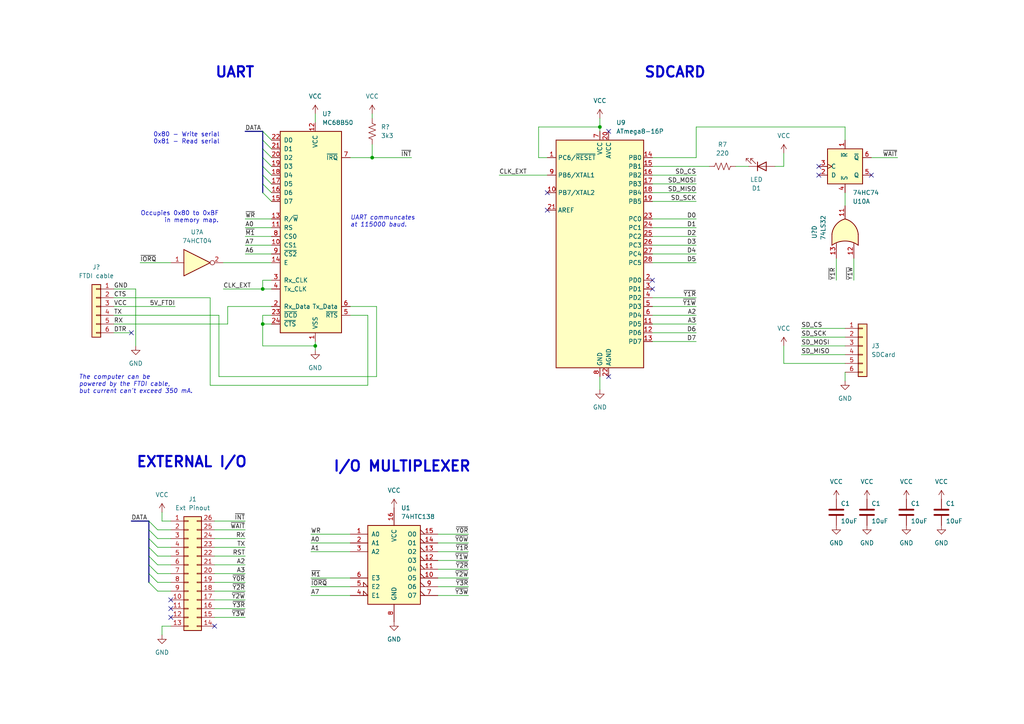
<source format=kicad_sch>
(kicad_sch (version 20230121) (generator eeschema)
  (paper "A4")
  (lib_symbols
    (symbol "74xx:74HC74" (pin_names (offset 1.016))
      (property "Reference" "U" (at -7.62 8.89 0))
      (property "Value" "74HC74" (at -7.62 -8.89 0))
      (symbol "74HC74_1_0"
        (pin input line (at 0 -7.62 90) (length 2.54) (name "~{R}") (number "1"))
        (pin input line (at -7.62 2.54 0) (length 2.54) (name "D") (number "2"))
        (pin input clock (at -7.62 0 0) (length 2.54) (name "C") (number "3"))
        (pin input line (at 0 7.62 270) (length 2.54) (name "~{S}") (number "4"))
        (pin output line (at 7.62 2.54 180) (length 2.54) (name "Q") (number "5"))
        (pin output line (at 7.62 -2.54 180) (length 2.54) (name "~{Q}") (number "6"))
      )
      (symbol "74HC74_1_1"
        (rectangle (start -5.08 5.08) (end 5.08 -5.08) (stroke (width 0.254)) (fill (type background)))
      )
      (symbol "74HC74_2_0"
        (pin input line (at 0 7.62 270) (length 2.54) (name "~{S}") (number "10"))
        (pin input clock (at -7.62 0 0) (length 2.54) (name "C") (number "11"))
        (pin input line (at -7.62 2.54 0) (length 2.54) (name "D") (number "12"))
        (pin input line (at 0 -7.62 90) (length 2.54) (name "~{R}") (number "13"))
        (pin output line (at 7.62 -2.54 180) (length 2.54) (name "~{Q}") (number "8"))
        (pin output line (at 7.62 2.54 180) (length 2.54) (name "Q") (number "9"))
      )
      (symbol "74HC74_2_1"
        (rectangle (start -5.08 5.08) (end 5.08 -5.08) (stroke (width 0.254)) (fill (type background)))
      )
      (symbol "74HC74_3_0"
        (pin power_in line (at 0 10.16 270) (length 2.54) (name "VCC") (number "14"))
        (pin power_in line (at 0 -10.16 90) (length 2.54) (name "GND") (number "7"))
      )
      (symbol "74HC74_3_1"
        (rectangle (start -5.08 7.62) (end 5.08 -7.62) (stroke (width 0.254)) (fill (type background)))
      )
    )
    (symbol "74xx:74HCT04"
      (property "Reference" "U" (at 0 1.27 0))
      (property "Value" "74HCT04" (at 0 -1.27 0))
      (symbol "74HCT04_1_0"
        (polyline (pts (xy -3.81 3.81) (xy -3.81 -3.81) (xy 3.81 0) (xy -3.81 3.81)) (stroke (width 0.254)) (fill (type background)))
        (pin input line (at -7.62 0 0) (length 3.81) (name "~") (number "1"))
        (pin output inverted (at 7.62 0 180) (length 3.81) (name "~") (number "2"))
      )
      (symbol "74HCT04_2_0"
        (polyline (pts (xy -3.81 3.81) (xy -3.81 -3.81) (xy 3.81 0) (xy -3.81 3.81)) (stroke (width 0.254)) (fill (type background)))
        (pin input line (at -7.62 0 0) (length 3.81) (name "~") (number "3"))
        (pin output inverted (at 7.62 0 180) (length 3.81) (name "~") (number "4"))
      )
      (symbol "74HCT04_3_0"
        (polyline (pts (xy -3.81 3.81) (xy -3.81 -3.81) (xy 3.81 0) (xy -3.81 3.81)) (stroke (width 0.254)) (fill (type background)))
        (pin input line (at -7.62 0 0) (length 3.81) (name "~") (number "5"))
        (pin output inverted (at 7.62 0 180) (length 3.81) (name "~") (number "6"))
      )
      (symbol "74HCT04_4_0"
        (polyline (pts (xy -3.81 3.81) (xy -3.81 -3.81) (xy 3.81 0) (xy -3.81 3.81)) (stroke (width 0.254)) (fill (type background)))
        (pin output inverted (at 7.62 0 180) (length 3.81) (name "~") (number "8"))
        (pin input line (at -7.62 0 0) (length 3.81) (name "~") (number "9"))
      )
      (symbol "74HCT04_5_0"
        (polyline (pts (xy -3.81 3.81) (xy -3.81 -3.81) (xy 3.81 0) (xy -3.81 3.81)) (stroke (width 0.254)) (fill (type background)))
        (pin output inverted (at 7.62 0 180) (length 3.81) (name "~") (number "10"))
        (pin input line (at -7.62 0 0) (length 3.81) (name "~") (number "11"))
      )
      (symbol "74HCT04_6_0"
        (polyline (pts (xy -3.81 3.81) (xy -3.81 -3.81) (xy 3.81 0) (xy -3.81 3.81)) (stroke (width 0.254)) (fill (type background)))
        (pin output inverted (at 7.62 0 180) (length 3.81) (name "~") (number "12"))
        (pin input line (at -7.62 0 0) (length 3.81) (name "~") (number "13"))
      )
      (symbol "74HCT04_7_0"
        (pin power_in line (at 0 12.7 270) (length 5.08) (name "VCC") (number "14"))
        (pin power_in line (at 0 -12.7 90) (length 5.08) (name "GND") (number "7"))
      )
      (symbol "74HCT04_7_1"
        (rectangle (start -5.08 7.62) (end 5.08 -7.62) (stroke (width 0.254)) (fill (type background)))
      )
    )
    (symbol "74xx:74LS138" (pin_names (offset 1.016))
      (property "Reference" "U" (at -7.62 11.43 0))
      (property "Value" "74LS138" (at -7.62 -13.97 0))
      (symbol "74LS138_1_0"
        (pin input line (at -12.7 7.62 0) (length 5.08) (name "A0") (number "1"))
        (pin output output_low (at 12.7 -5.08 180) (length 5.08) (name "O5") (number "10"))
        (pin output output_low (at 12.7 -2.54 180) (length 5.08) (name "O4") (number "11"))
        (pin output output_low (at 12.7 0 180) (length 5.08) (name "O3") (number "12"))
        (pin output output_low (at 12.7 2.54 180) (length 5.08) (name "O2") (number "13"))
        (pin output output_low (at 12.7 5.08 180) (length 5.08) (name "O1") (number "14"))
        (pin output output_low (at 12.7 7.62 180) (length 5.08) (name "O0") (number "15"))
        (pin power_in line (at 0 15.24 270) (length 5.08) (name "VCC") (number "16"))
        (pin input line (at -12.7 5.08 0) (length 5.08) (name "A1") (number "2"))
        (pin input line (at -12.7 2.54 0) (length 5.08) (name "A2") (number "3"))
        (pin input input_low (at -12.7 -10.16 0) (length 5.08) (name "E1") (number "4"))
        (pin input input_low (at -12.7 -7.62 0) (length 5.08) (name "E2") (number "5"))
        (pin input line (at -12.7 -5.08 0) (length 5.08) (name "E3") (number "6"))
        (pin output output_low (at 12.7 -10.16 180) (length 5.08) (name "O7") (number "7"))
        (pin power_in line (at 0 -17.78 90) (length 5.08) (name "GND") (number "8"))
        (pin output output_low (at 12.7 -7.62 180) (length 5.08) (name "O6") (number "9"))
      )
      (symbol "74LS138_1_1"
        (rectangle (start -7.62 10.16) (end 7.62 -12.7) (stroke (width 0.254)) (fill (type background)))
      )
    )
    (symbol "74xx:74LS32" (pin_names (offset 1.016))
      (property "Reference" "U" (at 0 1.27 0))
      (property "Value" "74LS32" (at 0 -1.27 0))
      (symbol "74LS32_1_1"
        (arc (start -3.81 -3.81) (mid -2.589 0) (end -3.81 3.81) (stroke (width 0.254)))
        (arc (start -0.6096 -3.81) (mid 2.1842 -2.5851) (end 3.81 0) (stroke (width 0.254)) (fill (type background)))
        (polyline (pts (xy -3.81 -3.81) (xy -0.635 -3.81)) (stroke (width 0.254)) (fill (type background)))
        (polyline (pts (xy -3.81 3.81) (xy -0.635 3.81)) (stroke (width 0.254)) (fill (type background)))
        (polyline (pts (xy -0.635 3.81) (xy -3.81 3.81) (xy -3.81 3.81) (xy -3.556 3.4036) (xy -3.0226 2.2606) (xy -2.6924 1.0414) (xy -2.6162 -0.254) (xy -2.7686 -1.4986) (xy -3.175 -2.7178) (xy -3.81 -3.81) (xy -3.81 -3.81) (xy -0.635 -3.81)) (stroke (width -25.4)) (fill (type background)))
        (arc (start 3.81 0) (mid 2.1915 2.5936) (end -0.6096 3.81) (stroke (width 0.254)) (fill (type background)))
        (pin input line (at -7.62 2.54 0) (length 4.318) (name "~") (number "1"))
        (pin input line (at -7.62 -2.54 0) (length 4.318) (name "~") (number "2"))
        (pin output line (at 7.62 0 180) (length 3.81) (name "~") (number "3"))
      )
      (symbol "74LS32_1_2"
        (arc (start 0 -3.81) (mid 3.7934 0) (end 0 3.81) (stroke (width 0.254)) (fill (type background)))
        (polyline (pts (xy 0 3.81) (xy -3.81 3.81) (xy -3.81 -3.81) (xy 0 -3.81)) (stroke (width 0.254)) (fill (type background)))
        (pin input inverted (at -7.62 2.54 0) (length 3.81) (name "~") (number "1"))
        (pin input inverted (at -7.62 -2.54 0) (length 3.81) (name "~") (number "2"))
        (pin output inverted (at 7.62 0 180) (length 3.81) (name "~") (number "3"))
      )
      (symbol "74LS32_2_1"
        (arc (start -3.81 -3.81) (mid -2.589 0) (end -3.81 3.81) (stroke (width 0.254)))
        (arc (start -0.6096 -3.81) (mid 2.1842 -2.5851) (end 3.81 0) (stroke (width 0.254)) (fill (type background)))
        (polyline (pts (xy -3.81 -3.81) (xy -0.635 -3.81)) (stroke (width 0.254)) (fill (type background)))
        (polyline (pts (xy -3.81 3.81) (xy -0.635 3.81)) (stroke (width 0.254)) (fill (type background)))
        (polyline (pts (xy -0.635 3.81) (xy -3.81 3.81) (xy -3.81 3.81) (xy -3.556 3.4036) (xy -3.0226 2.2606) (xy -2.6924 1.0414) (xy -2.6162 -0.254) (xy -2.7686 -1.4986) (xy -3.175 -2.7178) (xy -3.81 -3.81) (xy -3.81 -3.81) (xy -0.635 -3.81)) (stroke (width -25.4)) (fill (type background)))
        (arc (start 3.81 0) (mid 2.1915 2.5936) (end -0.6096 3.81) (stroke (width 0.254)) (fill (type background)))
        (pin input line (at -7.62 2.54 0) (length 4.318) (name "~") (number "4"))
        (pin input line (at -7.62 -2.54 0) (length 4.318) (name "~") (number "5"))
        (pin output line (at 7.62 0 180) (length 3.81) (name "~") (number "6"))
      )
      (symbol "74LS32_2_2"
        (arc (start 0 -3.81) (mid 3.7934 0) (end 0 3.81) (stroke (width 0.254)) (fill (type background)))
        (polyline (pts (xy 0 3.81) (xy -3.81 3.81) (xy -3.81 -3.81) (xy 0 -3.81)) (stroke (width 0.254)) (fill (type background)))
        (pin input inverted (at -7.62 2.54 0) (length 3.81) (name "~") (number "4"))
        (pin input inverted (at -7.62 -2.54 0) (length 3.81) (name "~") (number "5"))
        (pin output inverted (at 7.62 0 180) (length 3.81) (name "~") (number "6"))
      )
      (symbol "74LS32_3_1"
        (arc (start -3.81 -3.81) (mid -2.589 0) (end -3.81 3.81) (stroke (width 0.254)))
        (arc (start -0.6096 -3.81) (mid 2.1842 -2.5851) (end 3.81 0) (stroke (width 0.254)) (fill (type background)))
        (polyline (pts (xy -3.81 -3.81) (xy -0.635 -3.81)) (stroke (width 0.254)) (fill (type background)))
        (polyline (pts (xy -3.81 3.81) (xy -0.635 3.81)) (stroke (width 0.254)) (fill (type background)))
        (polyline (pts (xy -0.635 3.81) (xy -3.81 3.81) (xy -3.81 3.81) (xy -3.556 3.4036) (xy -3.0226 2.2606) (xy -2.6924 1.0414) (xy -2.6162 -0.254) (xy -2.7686 -1.4986) (xy -3.175 -2.7178) (xy -3.81 -3.81) (xy -3.81 -3.81) (xy -0.635 -3.81)) (stroke (width -25.4)) (fill (type background)))
        (arc (start 3.81 0) (mid 2.1915 2.5936) (end -0.6096 3.81) (stroke (width 0.254)) (fill (type background)))
        (pin input line (at -7.62 -2.54 0) (length 4.318) (name "~") (number "10"))
        (pin output line (at 7.62 0 180) (length 3.81) (name "~") (number "8"))
        (pin input line (at -7.62 2.54 0) (length 4.318) (name "~") (number "9"))
      )
      (symbol "74LS32_3_2"
        (arc (start 0 -3.81) (mid 3.7934 0) (end 0 3.81) (stroke (width 0.254)) (fill (type background)))
        (polyline (pts (xy 0 3.81) (xy -3.81 3.81) (xy -3.81 -3.81) (xy 0 -3.81)) (stroke (width 0.254)) (fill (type background)))
        (pin input inverted (at -7.62 -2.54 0) (length 3.81) (name "~") (number "10"))
        (pin output inverted (at 7.62 0 180) (length 3.81) (name "~") (number "8"))
        (pin input inverted (at -7.62 2.54 0) (length 3.81) (name "~") (number "9"))
      )
      (symbol "74LS32_4_1"
        (arc (start -3.81 -3.81) (mid -2.589 0) (end -3.81 3.81) (stroke (width 0.254)))
        (arc (start -0.6096 -3.81) (mid 2.1842 -2.5851) (end 3.81 0) (stroke (width 0.254)) (fill (type background)))
        (polyline (pts (xy -3.81 -3.81) (xy -0.635 -3.81)) (stroke (width 0.254)) (fill (type background)))
        (polyline (pts (xy -3.81 3.81) (xy -0.635 3.81)) (stroke (width 0.254)) (fill (type background)))
        (polyline (pts (xy -0.635 3.81) (xy -3.81 3.81) (xy -3.81 3.81) (xy -3.556 3.4036) (xy -3.0226 2.2606) (xy -2.6924 1.0414) (xy -2.6162 -0.254) (xy -2.7686 -1.4986) (xy -3.175 -2.7178) (xy -3.81 -3.81) (xy -3.81 -3.81) (xy -0.635 -3.81)) (stroke (width -25.4)) (fill (type background)))
        (arc (start 3.81 0) (mid 2.1915 2.5936) (end -0.6096 3.81) (stroke (width 0.254)) (fill (type background)))
        (pin output line (at 7.62 0 180) (length 3.81) (name "~") (number "11"))
        (pin input line (at -7.62 2.54 0) (length 4.318) (name "~") (number "12"))
        (pin input line (at -7.62 -2.54 0) (length 4.318) (name "~") (number "13"))
      )
      (symbol "74LS32_4_2"
        (arc (start 0 -3.81) (mid 3.7934 0) (end 0 3.81) (stroke (width 0.254)) (fill (type background)))
        (polyline (pts (xy 0 3.81) (xy -3.81 3.81) (xy -3.81 -3.81) (xy 0 -3.81)) (stroke (width 0.254)) (fill (type background)))
        (pin output inverted (at 7.62 0 180) (length 3.81) (name "~") (number "11"))
        (pin input inverted (at -7.62 2.54 0) (length 3.81) (name "~") (number "12"))
        (pin input inverted (at -7.62 -2.54 0) (length 3.81) (name "~") (number "13"))
      )
      (symbol "74LS32_5_0"
        (pin power_in line (at 0 12.7 270) (length 5.08) (name "VCC") (number "14"))
        (pin power_in line (at 0 -12.7 90) (length 5.08) (name "GND") (number "7"))
      )
      (symbol "74LS32_5_1"
        (rectangle (start -5.08 7.62) (end 5.08 -7.62) (stroke (width 0.254)) (fill (type background)))
      )
    )
    (symbol "Connector_Generic:Conn_01x06" (pin_names (offset 1.016) hide)
      (property "Reference" "J" (at 0 7.62 0))
      (property "Value" "Conn_01x06" (at 0 -10.16 0))
      (symbol "Conn_01x06_1_1"
        (rectangle (start -1.27 -7.493) (end 0 -7.747) (stroke (width 0.1524)))
        (rectangle (start -1.27 -4.953) (end 0 -5.207) (stroke (width 0.1524)))
        (rectangle (start -1.27 -2.413) (end 0 -2.667) (stroke (width 0.1524)))
        (rectangle (start -1.27 0.127) (end 0 -0.127) (stroke (width 0.1524)))
        (rectangle (start -1.27 2.667) (end 0 2.413) (stroke (width 0.1524)))
        (rectangle (start -1.27 5.207) (end 0 4.953) (stroke (width 0.1524)))
        (rectangle (start -1.27 6.35) (end 1.27 -8.89) (stroke (width 0.254)) (fill (type background)))
        (pin passive line (at -5.08 5.08 0) (length 3.81) (name "Pin_1") (number "1"))
        (pin passive line (at -5.08 2.54 0) (length 3.81) (name "Pin_2") (number "2"))
        (pin passive line (at -5.08 0 0) (length 3.81) (name "Pin_3") (number "3"))
        (pin passive line (at -5.08 -2.54 0) (length 3.81) (name "Pin_4") (number "4"))
        (pin passive line (at -5.08 -5.08 0) (length 3.81) (name "Pin_5") (number "5"))
        (pin passive line (at -5.08 -7.62 0) (length 3.81) (name "Pin_6") (number "6"))
      )
    )
    (symbol "Connector_Generic:Conn_02x13_Counter_Clockwise" (pin_names (offset 1.016) hide)
      (property "Reference" "J" (at 1.27 17.78 0))
      (property "Value" "Conn_02x13_Counter_Clockwise" (at 1.27 -17.78 0))
      (symbol "Conn_02x13_Counter_Clockwise_1_1"
        (rectangle (start -1.27 -15.113) (end 0 -15.367) (stroke (width 0.1524)))
        (rectangle (start -1.27 -12.573) (end 0 -12.827) (stroke (width 0.1524)))
        (rectangle (start -1.27 -10.033) (end 0 -10.287) (stroke (width 0.1524)))
        (rectangle (start -1.27 -7.493) (end 0 -7.747) (stroke (width 0.1524)))
        (rectangle (start -1.27 -4.953) (end 0 -5.207) (stroke (width 0.1524)))
        (rectangle (start -1.27 -2.413) (end 0 -2.667) (stroke (width 0.1524)))
        (rectangle (start -1.27 0.127) (end 0 -0.127) (stroke (width 0.1524)))
        (rectangle (start -1.27 2.667) (end 0 2.413) (stroke (width 0.1524)))
        (rectangle (start -1.27 5.207) (end 0 4.953) (stroke (width 0.1524)))
        (rectangle (start -1.27 7.747) (end 0 7.493) (stroke (width 0.1524)))
        (rectangle (start -1.27 10.287) (end 0 10.033) (stroke (width 0.1524)))
        (rectangle (start -1.27 12.827) (end 0 12.573) (stroke (width 0.1524)))
        (rectangle (start -1.27 15.367) (end 0 15.113) (stroke (width 0.1524)))
        (rectangle (start -1.27 16.51) (end 3.81 -16.51) (stroke (width 0.254)) (fill (type background)))
        (rectangle (start 3.81 -15.113) (end 2.54 -15.367) (stroke (width 0.1524)))
        (rectangle (start 3.81 -12.573) (end 2.54 -12.827) (stroke (width 0.1524)))
        (rectangle (start 3.81 -10.033) (end 2.54 -10.287) (stroke (width 0.1524)))
        (rectangle (start 3.81 -7.493) (end 2.54 -7.747) (stroke (width 0.1524)))
        (rectangle (start 3.81 -4.953) (end 2.54 -5.207) (stroke (width 0.1524)))
        (rectangle (start 3.81 -2.413) (end 2.54 -2.667) (stroke (width 0.1524)))
        (rectangle (start 3.81 0.127) (end 2.54 -0.127) (stroke (width 0.1524)))
        (rectangle (start 3.81 2.667) (end 2.54 2.413) (stroke (width 0.1524)))
        (rectangle (start 3.81 5.207) (end 2.54 4.953) (stroke (width 0.1524)))
        (rectangle (start 3.81 7.747) (end 2.54 7.493) (stroke (width 0.1524)))
        (rectangle (start 3.81 10.287) (end 2.54 10.033) (stroke (width 0.1524)))
        (rectangle (start 3.81 12.827) (end 2.54 12.573) (stroke (width 0.1524)))
        (rectangle (start 3.81 15.367) (end 2.54 15.113) (stroke (width 0.1524)))
        (pin passive line (at -5.08 15.24 0) (length 3.81) (name "Pin_1") (number "1"))
        (pin passive line (at -5.08 -7.62 0) (length 3.81) (name "Pin_10") (number "10"))
        (pin passive line (at -5.08 -10.16 0) (length 3.81) (name "Pin_11") (number "11"))
        (pin passive line (at -5.08 -12.7 0) (length 3.81) (name "Pin_12") (number "12"))
        (pin passive line (at -5.08 -15.24 0) (length 3.81) (name "Pin_13") (number "13"))
        (pin passive line (at 7.62 -15.24 180) (length 3.81) (name "Pin_14") (number "14"))
        (pin passive line (at 7.62 -12.7 180) (length 3.81) (name "Pin_15") (number "15"))
        (pin passive line (at 7.62 -10.16 180) (length 3.81) (name "Pin_16") (number "16"))
        (pin passive line (at 7.62 -7.62 180) (length 3.81) (name "Pin_17") (number "17"))
        (pin passive line (at 7.62 -5.08 180) (length 3.81) (name "Pin_18") (number "18"))
        (pin passive line (at 7.62 -2.54 180) (length 3.81) (name "Pin_19") (number "19"))
        (pin passive line (at -5.08 12.7 0) (length 3.81) (name "Pin_2") (number "2"))
        (pin passive line (at 7.62 0 180) (length 3.81) (name "Pin_20") (number "20"))
        (pin passive line (at 7.62 2.54 180) (length 3.81) (name "Pin_21") (number "21"))
        (pin passive line (at 7.62 5.08 180) (length 3.81) (name "Pin_22") (number "22"))
        (pin passive line (at 7.62 7.62 180) (length 3.81) (name "Pin_23") (number "23"))
        (pin passive line (at 7.62 10.16 180) (length 3.81) (name "Pin_24") (number "24"))
        (pin passive line (at 7.62 12.7 180) (length 3.81) (name "Pin_25") (number "25"))
        (pin passive line (at 7.62 15.24 180) (length 3.81) (name "Pin_26") (number "26"))
        (pin passive line (at -5.08 10.16 0) (length 3.81) (name "Pin_3") (number "3"))
        (pin passive line (at -5.08 7.62 0) (length 3.81) (name "Pin_4") (number "4"))
        (pin passive line (at -5.08 5.08 0) (length 3.81) (name "Pin_5") (number "5"))
        (pin passive line (at -5.08 2.54 0) (length 3.81) (name "Pin_6") (number "6"))
        (pin passive line (at -5.08 0 0) (length 3.81) (name "Pin_7") (number "7"))
        (pin passive line (at -5.08 -2.54 0) (length 3.81) (name "Pin_8") (number "8"))
        (pin passive line (at -5.08 -5.08 0) (length 3.81) (name "Pin_9") (number "9"))
      )
    )
    (symbol "Device:C" (pin_numbers hide) (pin_names (offset 0.254))
      (property "Reference" "C" (at 0.635 2.54 0))
      (property "Value" "C" (at 0.635 -2.54 0))
      (symbol "C_0_1"
        (polyline (pts (xy -2.032 -0.762) (xy 2.032 -0.762)) (stroke (width 0.508)))
        (polyline (pts (xy -2.032 0.762) (xy 2.032 0.762)) (stroke (width 0.508)))
      )
      (symbol "C_1_1"
        (pin passive line (at 0 3.81 270) (length 2.794) (name "~") (number "1"))
        (pin passive line (at 0 -3.81 90) (length 2.794) (name "~") (number "2"))
      )
    )
    (symbol "Device:LED" (pin_numbers hide) (pin_names (offset 1.016) hide)
      (property "Reference" "D" (at 0 2.54 0))
      (property "Value" "LED" (at 0 -2.54 0))
      (symbol "LED_0_1"
        (polyline (pts (xy -1.27 -1.27) (xy -1.27 1.27)) (stroke (width 0.254)))
        (polyline (pts (xy -1.27 0) (xy 1.27 0)))
        (polyline (pts (xy 1.27 -1.27) (xy 1.27 1.27) (xy -1.27 0) (xy 1.27 -1.27)) (stroke (width 0.254)))
        (polyline (pts (xy -3.048 -0.762) (xy -4.572 -2.286) (xy -3.81 -2.286) (xy -4.572 -2.286) (xy -4.572 -1.524)))
        (polyline (pts (xy -1.778 -0.762) (xy -3.302 -2.286) (xy -2.54 -2.286) (xy -3.302 -2.286) (xy -3.302 -1.524)))
      )
      (symbol "LED_1_1"
        (pin passive line (at -3.81 0 0) (length 2.54) (name "K") (number "1"))
        (pin passive line (at 3.81 0 180) (length 2.54) (name "A") (number "2"))
      )
    )
    (symbol "Device:R_US" (pin_numbers hide) (pin_names (offset 0))
      (property "Reference" "R" (at 2.54 0 90))
      (property "Value" "R_US" (at -2.54 0 90))
      (symbol "R_US_0_1"
        (polyline (pts (xy 0 -2.286) (xy 0 -2.54)))
        (polyline (pts (xy 0 2.286) (xy 0 2.54)))
        (polyline (pts (xy 0 -0.762) (xy 1.016 -1.143) (xy 0 -1.524) (xy -1.016 -1.905) (xy 0 -2.286)))
        (polyline (pts (xy 0 0.762) (xy 1.016 0.381) (xy 0 0) (xy -1.016 -0.381) (xy 0 -0.762)))
        (polyline (pts (xy 0 2.286) (xy 1.016 1.905) (xy 0 1.524) (xy -1.016 1.143) (xy 0 0.762)))
      )
      (symbol "R_US_1_1"
        (pin passive line (at 0 3.81 270) (length 1.27) (name "~") (number "1"))
        (pin passive line (at 0 -3.81 90) (length 1.27) (name "~") (number "2"))
      )
    )
    (symbol "Interface_UART:MC68B50" (pin_names (offset 1.016))
      (property "Reference" "U?" (at 2.0194 35.56 0))
      (property "Value" "MC68B50" (at 2.0194 33.02 0))
      (symbol "MC68B50_1_1"
        (rectangle (start -10.16 -27.94) (end 7.62 30.48) (stroke (width 0.254)) (fill (type background)))
        (pin power_in line (at 0 -30.48 90) (length 2.54) (name "VSS") (number "1"))
        (pin input line (at -12.7 -2.54 0) (length 2.54) (name "CS1") (number "10"))
        (pin input line (at -12.7 2.54 0) (length 2.54) (name "RS") (number "11"))
        (pin power_in line (at 0 33.02 270) (length 2.54) (name "VCC") (number "12"))
        (pin input line (at -12.7 5.08 0) (length 2.54) (name "R/~{W}") (number "13"))
        (pin input line (at -12.7 -7.62 0) (length 2.54) (name "E") (number "14"))
        (pin bidirectional line (at -12.7 10.16 0) (length 2.54) (name "D7") (number "15"))
        (pin bidirectional line (at -12.7 12.7 0) (length 2.54) (name "D6") (number "16"))
        (pin bidirectional line (at -12.7 15.24 0) (length 2.54) (name "D5") (number "17"))
        (pin bidirectional line (at -12.7 17.78 0) (length 2.54) (name "D4") (number "18"))
        (pin bidirectional line (at -12.7 20.32 0) (length 2.54) (name "D3") (number "19"))
        (pin input line (at -12.7 -20.32 0) (length 2.54) (name "Rx_Data") (number "2"))
        (pin bidirectional line (at -12.7 22.86 0) (length 2.54) (name "D2") (number "20"))
        (pin bidirectional line (at -12.7 25.4 0) (length 2.54) (name "D1") (number "21"))
        (pin bidirectional line (at -12.7 27.94 0) (length 2.54) (name "D0") (number "22"))
        (pin input line (at -12.7 -22.86 0) (length 2.54) (name "~{DCD}") (number "23"))
        (pin input line (at -12.7 -25.4 0) (length 2.54) (name "~{CTS}") (number "24"))
        (pin input line (at -12.7 -12.7 0) (length 2.54) (name "Rx_CLK") (number "3"))
        (pin input line (at -12.7 -15.24 0) (length 2.54) (name "Tx_CLK") (number "4"))
        (pin output line (at 10.16 -22.86 180) (length 2.54) (name "~{RTS}") (number "5"))
        (pin output line (at 10.16 -20.32 180) (length 2.54) (name "Tx_Data") (number "6"))
        (pin output line (at 10.16 22.86 180) (length 2.54) (name "~{IRQ}") (number "7"))
        (pin input line (at -12.7 0 0) (length 2.54) (name "CS0") (number "8"))
        (pin input line (at -12.7 -5.08 0) (length 2.54) (name "~{CS2}") (number "9"))
      )
    )
    (symbol "MCU_Microchip_ATmega:ATmega8-16P"
      (property "Reference" "U" (at -12.7 34.29 0))
      (property "Value" "ATmega8-16P" (at 5.08 -34.29 0))
      (symbol "ATmega8-16P_0_1"
        (rectangle (start -12.7 -33.02) (end 12.7 33.02) (stroke (width 0.254)) (fill (type background)))
      )
      (symbol "ATmega8-16P_1_1"
        (pin bidirectional line (at -15.24 27.94 0) (length 2.54) (name "PC6/~{RESET}") (number "1"))
        (pin bidirectional line (at -15.24 17.78 0) (length 2.54) (name "PB7/XTAL2") (number "10"))
        (pin bidirectional line (at 15.24 -20.32 180) (length 2.54) (name "PD5") (number "11"))
        (pin bidirectional line (at 15.24 -22.86 180) (length 2.54) (name "PD6") (number "12"))
        (pin bidirectional line (at 15.24 -25.4 180) (length 2.54) (name "PD7") (number "13"))
        (pin bidirectional line (at 15.24 27.94 180) (length 2.54) (name "PB0") (number "14"))
        (pin bidirectional line (at 15.24 25.4 180) (length 2.54) (name "PB1") (number "15"))
        (pin bidirectional line (at 15.24 22.86 180) (length 2.54) (name "PB2") (number "16"))
        (pin bidirectional line (at 15.24 20.32 180) (length 2.54) (name "PB3") (number "17"))
        (pin bidirectional line (at 15.24 17.78 180) (length 2.54) (name "PB4") (number "18"))
        (pin bidirectional line (at 15.24 15.24 180) (length 2.54) (name "PB5") (number "19"))
        (pin bidirectional line (at 15.24 -7.62 180) (length 2.54) (name "PD0") (number "2"))
        (pin power_in line (at 2.54 35.56 270) (length 2.54) (name "AVCC") (number "20"))
        (pin passive line (at -15.24 12.7 0) (length 2.54) (name "AREF") (number "21"))
        (pin power_in line (at 2.54 -35.56 90) (length 2.54) (name "AGND") (number "22"))
        (pin bidirectional line (at 15.24 10.16 180) (length 2.54) (name "PC0") (number "23"))
        (pin bidirectional line (at 15.24 7.62 180) (length 2.54) (name "PC1") (number "24"))
        (pin bidirectional line (at 15.24 5.08 180) (length 2.54) (name "PC2") (number "25"))
        (pin bidirectional line (at 15.24 2.54 180) (length 2.54) (name "PC3") (number "26"))
        (pin bidirectional line (at 15.24 0 180) (length 2.54) (name "PC4") (number "27"))
        (pin bidirectional line (at 15.24 -2.54 180) (length 2.54) (name "PC5") (number "28"))
        (pin bidirectional line (at 15.24 -10.16 180) (length 2.54) (name "PD1") (number "3"))
        (pin bidirectional line (at 15.24 -12.7 180) (length 2.54) (name "PD2") (number "4"))
        (pin bidirectional line (at 15.24 -15.24 180) (length 2.54) (name "PD3") (number "5"))
        (pin bidirectional line (at 15.24 -17.78 180) (length 2.54) (name "PD4") (number "6"))
        (pin power_in line (at 0 35.56 270) (length 2.54) (name "VCC") (number "7"))
        (pin power_in line (at 0 -35.56 90) (length 2.54) (name "GND") (number "8"))
        (pin bidirectional line (at -15.24 22.86 0) (length 2.54) (name "PB6/XTAL1") (number "9"))
      )
    )
    (symbol "power:GND" (power) (pin_names (offset 0))
      (property "Value" "GND" (at 0 -3.81 0))
      (symbol "GND_0_1"
        (polyline (pts (xy 0 0) (xy 0 -1.27) (xy 1.27 -1.27) (xy 0 -2.54) (xy -1.27 -1.27) (xy 0 -1.27)))
      )
      (symbol "GND_1_1"
        (pin power_in line (at 0 0 270) (length 0) hide (name "GND") (number "1"))
      )
    )
    (symbol "power:VCC" (power) (pin_names (offset 0))
      (property "Value" "VCC" (at 0 3.81 0))
      (symbol "VCC_0_1"
        (polyline (pts (xy -0.762 1.27) (xy 0 2.54)))
        (polyline (pts (xy 0 0) (xy 0 2.54)))
        (polyline (pts (xy 0 2.54) (xy 0.762 1.27)))
      )
      (symbol "VCC_1_1"
        (pin power_in line (at 0 0 90) (length 0) hide (name "VCC") (number "1"))
      )
    )
  )
  (junction (at 76.2 83.82))
  (junction (at 173.99 36.83))
  (junction (at 107.95 45.72))
  (junction (at 91.44 100.33))
  (junction (at 76.2 93.98))
  (no_connect (at 38.1 96.52))
  (no_connect (at 176.53 109.22))
  (no_connect (at 237.49 48.26))
  (no_connect (at 49.53 179.07))
  (no_connect (at 158.75 60.96))
  (no_connect (at 237.49 50.8))
  (no_connect (at 252.73 50.8))
  (no_connect (at 189.23 81.28))
  (no_connect (at 49.53 173.99))
  (no_connect (at 62.23 181.61))
  (no_connect (at 49.53 176.53))
  (no_connect (at 176.53 38.1))
  (no_connect (at 158.75 55.88))
  (no_connect (at 189.23 83.82))
  (bus_entry (at 76.2 50.8) (size 2.54 2.54))
  (bus_entry (at 43.18 161.29) (size 2.54 2.54))
  (bus_entry (at 43.18 156.21) (size 2.54 2.54))
  (bus_entry (at 76.2 43.18) (size 2.54 2.54))
  (bus_entry (at 43.18 163.83) (size 2.54 2.54))
  (bus_entry (at 76.2 55.88) (size 2.54 2.54))
  (bus_entry (at 43.18 151.13) (size 2.54 2.54))
  (bus_entry (at 76.2 40.64) (size 2.54 2.54))
  (bus_entry (at 76.2 53.34) (size 2.54 2.54))
  (bus_entry (at 43.18 166.37) (size 2.54 2.54))
  (bus_entry (at 76.2 48.26) (size 2.54 2.54))
  (bus_entry (at 76.2 45.72) (size 2.54 2.54))
  (bus_entry (at 43.18 168.91) (size 2.54 2.54))
  (bus_entry (at 43.18 153.67) (size 2.54 2.54))
  (bus_entry (at 76.2 38.1) (size 2.54 2.54))
  (bus_entry (at 43.18 158.75) (size 2.54 2.54))
  (wire (pts (xy 71.12 68.58) (xy 78.74 68.58)))
  (wire (pts (xy 76.2 100.33) (xy 91.44 100.33)))
  (wire (pts (xy 62.23 163.83) (xy 71.12 163.83)))
  (bus (pts (xy 76.2 48.26) (xy 76.2 45.72)))
  (wire (pts (xy 189.23 45.72) (xy 201.93 45.72)))
  (wire (pts (xy 62.23 166.37) (xy 71.12 166.37)))
  (bus (pts (xy 76.2 45.72) (xy 76.2 43.18)))
  (wire (pts (xy 127 167.64) (xy 135.89 167.64)))
  (wire (pts (xy 189.23 96.52) (xy 201.93 96.52)))
  (bus (pts (xy 71.12 38.1) (xy 76.2 38.1)))
  (bus (pts (xy 76.2 53.34) (xy 76.2 50.8)))
  (bus (pts (xy 76.2 43.18) (xy 76.2 40.64)))
  (wire (pts (xy 45.72 168.91) (xy 49.53 168.91)))
  (bus (pts (xy 43.18 151.13) (xy 43.18 153.67)))
  (wire (pts (xy 60.96 111.76) (xy 106.68 111.76)))
  (wire (pts (xy 71.12 66.04) (xy 78.74 66.04)))
  (wire (pts (xy 45.72 163.83) (xy 49.53 163.83)))
  (wire (pts (xy 45.72 161.29) (xy 49.53 161.29)))
  (wire (pts (xy 106.68 111.76) (xy 106.68 91.44)))
  (wire (pts (xy 63.5 91.44) (xy 63.5 109.22)))
  (bus (pts (xy 43.18 153.67) (xy 43.18 156.21)))
  (wire (pts (xy 242.57 74.93) (xy 242.57 81.28)))
  (wire (pts (xy 213.36 48.26) (xy 217.17 48.26)))
  (wire (pts (xy 189.23 71.12) (xy 201.93 71.12)))
  (wire (pts (xy 63.5 109.22) (xy 109.22 109.22)))
  (wire (pts (xy 33.02 96.52) (xy 38.1 96.52)))
  (wire (pts (xy 90.17 172.72) (xy 101.6 172.72)))
  (wire (pts (xy 62.23 168.91) (xy 71.12 168.91)))
  (wire (pts (xy 173.99 34.29) (xy 173.99 36.83)))
  (wire (pts (xy 78.74 81.28) (xy 76.2 81.28)))
  (wire (pts (xy 189.23 63.5) (xy 201.93 63.5)))
  (wire (pts (xy 189.23 93.98) (xy 201.93 93.98)))
  (wire (pts (xy 189.23 68.58) (xy 201.93 68.58)))
  (wire (pts (xy 76.2 93.98) (xy 76.2 100.33)))
  (bus (pts (xy 76.2 50.8) (xy 76.2 48.26)))
  (wire (pts (xy 62.23 171.45) (xy 71.12 171.45)))
  (wire (pts (xy 109.22 88.9) (xy 101.6 88.9)))
  (wire (pts (xy 46.99 184.15) (xy 46.99 181.61)))
  (wire (pts (xy 156.21 45.72) (xy 156.21 36.83)))
  (wire (pts (xy 45.72 153.67) (xy 49.53 153.67)))
  (wire (pts (xy 45.72 158.75) (xy 49.53 158.75)))
  (wire (pts (xy 127 160.02) (xy 135.89 160.02)))
  (wire (pts (xy 66.04 93.98) (xy 66.04 88.9)))
  (wire (pts (xy 90.17 167.64) (xy 101.6 167.64)))
  (wire (pts (xy 76.2 81.28) (xy 76.2 83.82)))
  (wire (pts (xy 33.02 83.82) (xy 39.37 83.82)))
  (wire (pts (xy 76.2 83.82) (xy 78.74 83.82)))
  (wire (pts (xy 66.04 88.9) (xy 78.74 88.9)))
  (wire (pts (xy 189.23 76.2) (xy 201.93 76.2)))
  (wire (pts (xy 245.11 36.83) (xy 245.11 40.64)))
  (wire (pts (xy 107.95 41.91) (xy 107.95 45.72)))
  (wire (pts (xy 71.12 63.5) (xy 78.74 63.5)))
  (wire (pts (xy 62.23 179.07) (xy 71.12 179.07)))
  (bus (pts (xy 76.2 40.64) (xy 76.2 38.1)))
  (wire (pts (xy 107.95 45.72) (xy 119.38 45.72)))
  (wire (pts (xy 62.23 151.13) (xy 71.12 151.13)))
  (wire (pts (xy 127 157.48) (xy 135.89 157.48)))
  (wire (pts (xy 127 154.94) (xy 135.89 154.94)))
  (wire (pts (xy 91.44 33.02) (xy 91.44 35.56)))
  (wire (pts (xy 91.44 100.33) (xy 91.44 101.6)))
  (wire (pts (xy 76.2 93.98) (xy 78.74 93.98)))
  (bus (pts (xy 43.18 156.21) (xy 43.18 158.75)))
  (wire (pts (xy 90.17 154.94) (xy 101.6 154.94)))
  (wire (pts (xy 127 172.72) (xy 135.89 172.72)))
  (wire (pts (xy 46.99 151.13) (xy 49.53 151.13)))
  (wire (pts (xy 189.23 53.34) (xy 201.93 53.34)))
  (wire (pts (xy 227.33 105.41) (xy 245.11 105.41)))
  (wire (pts (xy 45.72 171.45) (xy 49.53 171.45)))
  (wire (pts (xy 45.72 166.37) (xy 49.53 166.37)))
  (wire (pts (xy 62.23 153.67) (xy 71.12 153.67)))
  (wire (pts (xy 158.75 45.72) (xy 156.21 45.72)))
  (wire (pts (xy 76.2 91.44) (xy 76.2 93.98)))
  (wire (pts (xy 71.12 73.66) (xy 78.74 73.66)))
  (wire (pts (xy 62.23 173.99) (xy 71.12 173.99)))
  (wire (pts (xy 39.37 83.82) (xy 39.37 100.33)))
  (wire (pts (xy 106.68 91.44) (xy 101.6 91.44)))
  (wire (pts (xy 227.33 100.33) (xy 227.33 105.41)))
  (wire (pts (xy 189.23 66.04) (xy 201.93 66.04)))
  (wire (pts (xy 245.11 97.79) (xy 232.41 97.79)))
  (wire (pts (xy 64.77 76.2) (xy 78.74 76.2)))
  (wire (pts (xy 189.23 99.06) (xy 201.93 99.06)))
  (wire (pts (xy 33.02 88.9) (xy 50.8 88.9)))
  (wire (pts (xy 245.11 102.87) (xy 232.41 102.87)))
  (wire (pts (xy 62.23 176.53) (xy 71.12 176.53)))
  (wire (pts (xy 91.44 99.06) (xy 91.44 100.33)))
  (wire (pts (xy 90.17 157.48) (xy 101.6 157.48)))
  (bus (pts (xy 76.2 55.88) (xy 76.2 53.34)))
  (wire (pts (xy 189.23 88.9) (xy 201.93 88.9)))
  (wire (pts (xy 127 162.56) (xy 135.89 162.56)))
  (bus (pts (xy 43.18 163.83) (xy 43.18 166.37)))
  (wire (pts (xy 127 165.1) (xy 135.89 165.1)))
  (wire (pts (xy 78.74 91.44) (xy 76.2 91.44)))
  (wire (pts (xy 227.33 44.45) (xy 227.33 48.26)))
  (wire (pts (xy 45.72 156.21) (xy 49.53 156.21)))
  (wire (pts (xy 173.99 36.83) (xy 173.99 38.1)))
  (wire (pts (xy 247.65 74.93) (xy 247.65 81.28)))
  (wire (pts (xy 60.96 86.36) (xy 60.96 111.76)))
  (wire (pts (xy 62.23 156.21) (xy 71.12 156.21)))
  (wire (pts (xy 33.02 91.44) (xy 63.5 91.44)))
  (wire (pts (xy 107.95 33.02) (xy 107.95 34.29)))
  (wire (pts (xy 46.99 181.61) (xy 49.53 181.61)))
  (wire (pts (xy 33.02 86.36) (xy 60.96 86.36)))
  (wire (pts (xy 189.23 91.44) (xy 201.93 91.44)))
  (wire (pts (xy 62.23 161.29) (xy 71.12 161.29)))
  (wire (pts (xy 71.12 71.12) (xy 78.74 71.12)))
  (wire (pts (xy 245.11 107.95) (xy 245.11 110.49)))
  (wire (pts (xy 156.21 36.83) (xy 173.99 36.83)))
  (bus (pts (xy 43.18 161.29) (xy 43.18 163.83)))
  (wire (pts (xy 189.23 58.42) (xy 201.93 58.42)))
  (wire (pts (xy 245.11 100.33) (xy 232.41 100.33)))
  (wire (pts (xy 127 170.18) (xy 135.89 170.18)))
  (wire (pts (xy 252.73 45.72) (xy 260.35 45.72)))
  (bus (pts (xy 43.18 166.37) (xy 43.18 168.91)))
  (wire (pts (xy 201.93 36.83) (xy 245.11 36.83)))
  (wire (pts (xy 144.78 50.8) (xy 158.75 50.8)))
  (wire (pts (xy 189.23 73.66) (xy 201.93 73.66)))
  (wire (pts (xy 189.23 55.88) (xy 201.93 55.88)))
  (wire (pts (xy 245.11 95.25) (xy 232.41 95.25)))
  (wire (pts (xy 33.02 93.98) (xy 66.04 93.98)))
  (bus (pts (xy 38.1 151.13) (xy 43.18 151.13)))
  (wire (pts (xy 201.93 45.72) (xy 201.93 36.83)))
  (bus (pts (xy 43.18 158.75) (xy 43.18 161.29)))
  (wire (pts (xy 90.17 170.18) (xy 101.6 170.18)))
  (wire (pts (xy 46.99 148.59) (xy 46.99 151.13)))
  (wire (pts (xy 173.99 109.22) (xy 173.99 113.03)))
  (wire (pts (xy 245.11 55.88) (xy 245.11 59.69)))
  (wire (pts (xy 189.23 48.26) (xy 205.74 48.26)))
  (wire (pts (xy 64.77 83.82) (xy 76.2 83.82)))
  (wire (pts (xy 109.22 109.22) (xy 109.22 88.9)))
  (wire (pts (xy 40.64 76.2) (xy 49.53 76.2)))
  (wire (pts (xy 101.6 45.72) (xy 107.95 45.72)))
  (wire (pts (xy 189.23 86.36) (xy 201.93 86.36)))
  (wire (pts (xy 62.23 158.75) (xy 71.12 158.75)))
  (wire (pts (xy 189.23 50.8) (xy 201.93 50.8)))
  (wire (pts (xy 90.17 160.02) (xy 101.6 160.02)))
  (wire (pts (xy 227.33 48.26) (xy 224.79 48.26)))
  (text "The computer can be\npowered by the FTDI cable,\nbut current can't exceed 350 mA." (at 22.86 114.3 0) (effects (font (size 1.27 1.27) italic) (justify left bottom)))
  (text "I/O MULTIPLEXER" (at 96.52 137.16 0) (effects (font (size 3 3) (thickness 0.6) bold) (justify left bottom)))
  (text "Occupies 0x80 to 0xBF\nin memory map." (at 63.5 64.77 0) (effects (font (size 1.27 1.27)) (justify right bottom)))
  (text "EXTERNAL I/O" (at 39.37 135.89 0) (effects (font (size 3 3) (thickness 0.6) bold) (justify left bottom)))
  (text "UART communcates\nat 115000 baud." (at 101.6 66.04 0) (effects (font (size 1.27 1.27) italic) (justify left bottom)))
  (text "0x80 - Write serial\n0x81 - Read serial" (at 44.45 41.91 0) (effects (font (size 1.27 1.27)) (justify left bottom)))
  (text "SDCARD" (at 186.69 22.86 0) (effects (font (size 3 3) (thickness 0.6) bold) (justify left bottom)))
  (text "UART" (at 62.23 22.86 0) (effects (font (size 3 3) (thickness 0.6) bold) (justify left bottom)))
  (label "~{Y3W}" (at 71.12 179.07 180))
  (label "~{Y1W}" (at 135.89 162.56 180))
  (label "SD_CS" (at 232.41 95.25 0))
  (label "~{Y0R}" (at 135.89 154.94 180))
  (label "~{Y2R}" (at 71.12 171.45 180))
  (label "A3" (at 201.93 93.98 180))
  (label "~{WAIT}" (at 260.35 45.72 180))
  (label "~{Y1W}" (at 201.93 88.9 180))
  (label "SD_CS" (at 201.93 50.8 180))
  (label "A2" (at 71.12 163.83 180))
  (label "~{Y3R}" (at 135.89 170.18 180))
  (label "WR" (at 90.17 154.94 0))
  (label "~{INT}" (at 119.38 45.72 180))
  (label "CTS" (at 33.02 86.36 0))
  (label "SD_MISO" (at 201.93 55.88 180))
  (label "VCC" (at 33.02 88.9 0))
  (label "~{WAIT}" (at 71.12 153.67 180))
  (label "DTR" (at 33.02 96.52 0))
  (label "DATA" (at 38.1 151.13 0))
  (label "D0" (at 201.93 63.5 180))
  (label "A7" (at 71.12 71.12 0))
  (label "~{Y3W}" (at 135.89 172.72 180))
  (label "~{IORQ}" (at 90.17 170.18 0))
  (label "~{Y2W}" (at 71.12 173.99 180))
  (label "D7" (at 201.93 99.06 180))
  (label "D6" (at 201.93 96.52 180))
  (label "~{IORQ}" (at 40.64 76.2 0))
  (label "A7" (at 90.17 172.72 0))
  (label "~{INT}" (at 71.12 151.13 180))
  (label "A0" (at 71.12 66.04 0))
  (label "~{Y1R}" (at 201.93 86.36 180))
  (label "A2" (at 201.93 91.44 180))
  (label "SD_MOSI" (at 201.93 53.34 180))
  (label "RST" (at 71.12 161.29 180))
  (label "A1" (at 90.17 160.02 0))
  (label "A0" (at 90.17 157.48 0))
  (label "~{Y1R}" (at 242.57 81.28 90))
  (label "~{Y0W}" (at 135.89 157.48 180))
  (label "RX" (at 71.12 156.21 180))
  (label "~{Y2W}" (at 135.89 167.64 180))
  (label "SD_MISO" (at 232.41 102.87 0))
  (label "D4" (at 201.93 73.66 180))
  (label "~{WR}" (at 71.12 63.5 0))
  (label "D3" (at 201.93 71.12 180))
  (label "D5" (at 201.93 76.2 180))
  (label "~{Y2R}" (at 135.89 165.1 180))
  (label "D2" (at 201.93 68.58 180))
  (label "GND" (at 33.02 83.82 0))
  (label "CLK_EXT" (at 64.77 83.82 0))
  (label "SD_MOSI" (at 232.41 100.33 0))
  (label "DATA" (at 71.12 38.1 0))
  (label "SD_SCK" (at 232.41 97.79 0))
  (label "~{M1}" (at 71.12 68.58 0))
  (label "5V_FTDI" (at 50.8 88.9 180))
  (label "SD_SCK" (at 201.93 58.42 180))
  (label "D1" (at 201.93 66.04 180))
  (label "TX" (at 33.02 91.44 0))
  (label "A3" (at 71.12 166.37 180))
  (label "~{Y1W}" (at 247.65 81.28 90))
  (label "RX" (at 33.02 93.98 0))
  (label "~{Y3R}" (at 71.12 176.53 180))
  (label "~{Y0R}" (at 71.12 168.91 180))
  (label "CLK_EXT" (at 144.78 50.8 0))
  (label "~{M1}" (at 90.17 167.64 0))
  (label "~{Y1R}" (at 135.89 160.02 180))
  (label "TX" (at 71.12 158.75 180))
  (label "A6" (at 71.12 73.66 0))
  (symbol (lib_id "power:VCC") (at 251.46 144.78 0) (unit 1)
    (property "Reference" "#PWR06" (effects hide))
    (property "Value" "VCC" (at 251.46 139.7 0))
    (instances (project "fortuna-s" (path "" (reference "#PWR06") (unit 1)) (path "" (reference "#PWR030") (unit 1)) (path "" (reference "#PWR042") (unit 1))))
  )
  (symbol (lib_id "power:GND") (at 245.11 110.49 0) (unit 1)
    (property "Reference" "#PWR011" (effects hide))
    (property "Value" "GND" (at 245.11 115.57 0))
    (instances (project "fortuna-s" (path "" (reference "#PWR011") (unit 1)) (path "" (reference "#PWR044") (unit 1))))
  )
  (symbol (lib_id "MCU_Microchip_ATmega:ATmega8-16P") (at 173.99 73.66 0) (unit 1)
    (property "Reference" "U9" (at 178.7241 35.56 0) (effects (justify left)))
    (property "Value" "ATmega8-16P" (at 178.7241 38.1 0) (effects (justify left)))
    (property "Footprint" "Package_DIP:DIP-28_W7.62mm" (effects hide))
    (property "Datasheet" "http://ww1.microchip.com/downloads/en/DeviceDoc/atmel-2486-8-bit-avr-microcontroller-atmega8_l_datasheet.pdf" (effects hide))
  )
  (symbol (lib_id "74xx:74LS32") (at 245.11 67.31 270) (mirror x) (unit 4)
    (property "Reference" "U?" (at 236.22 67.31 0))
    (property "Value" "74LS32" (at 238.76 66.04 0))
    (property "Datasheet" "http://www.ti.com/lit/gpn/sn74LS32" (effects hide))
    (instances (project "fortuna-s" (path "" (reference "U?") (unit 4)) (path "" (reference "U8") (unit 1)) (path "" (reference "U8") (unit 2))))
  )
  (symbol (lib_id "Connector_Generic:Conn_01x06") (at 27.94 88.9 0) (mirror y) (unit 1)
    (property "Reference" "J?" (at 27.94 77.47 0))
    (property "Value" "FTDI cable" (at 27.94 80.01 0))
    (instances (project "fortuna-s" (path "" (reference "J?") (unit 1)) (path "" (reference "J2") (unit 1))))
  )
  (symbol (lib_id "power:GND") (at 39.37 100.33 0) (unit 1)
    (property "Reference" "#PWR?" (effects hide))
    (property "Value" "GND" (at 39.37 105.41 0))
    (instances (project "fortuna-s" (path "" (reference "#PWR?") (unit 1)) (path "" (reference "#PWR032") (unit 1))))
  )
  (symbol (lib_id "74xx:74HC74") (at 245.11 48.26 0) (mirror x) (unit 1)
    (property "Reference" "U10" (at 247.3041 58.42 0) (effects (justify left)))
    (property "Value" "74HC74" (at 247.3041 55.88 0) (effects (justify left)))
    (property "Datasheet" "74xx/74hc_hct74.pdf" (effects hide))
    (instances (project "fortuna-s" (path "" (reference "U10") (unit 1)) (path "" (reference "U11") (unit 1))))
  )
  (symbol (lib_id "power:VCC") (at 114.3 147.32 0) (unit 1)
    (property "Reference" "#PWR02" (effects hide))
    (property "Value" "VCC" (at 114.3 142.24 0))
  )
  (symbol (lib_id "Connector_Generic:Conn_02x13_Counter_Clockwise") (at 54.61 166.37 0) (unit 1)
    (property "Reference" "J1" (at 55.88 144.78 0))
    (property "Value" "Ext Pinout" (at 55.88 147.32 0))
  )
  (symbol (lib_id "power:GND") (at 173.99 113.03 0) (unit 1)
    (property "Reference" "#PWR011" (effects hide))
    (property "Value" "GND" (at 173.99 118.11 0))
    (instances (project "fortuna-s" (path "" (reference "#PWR011") (unit 1)) (path "" (reference "#PWR039") (unit 1))))
  )
  (symbol (lib_id "Device:R_US") (at 209.55 48.26 90) (unit 1)
    (property "Reference" "R7" (at 209.55 41.91 90))
    (property "Value" "220" (at 209.55 44.45 90))
  )
  (symbol (lib_id "power:VCC") (at 262.89 144.78 0) (unit 1)
    (property "Reference" "#PWR06" (effects hide))
    (property "Value" "VCC" (at 262.89 139.7 0))
    (instances (project "fortuna-s" (path "" (reference "#PWR06") (unit 1)) (path "" (reference "#PWR030") (unit 1)) (path "" (reference "#PWR040") (unit 1))))
  )
  (symbol (lib_id "Device:R_US") (at 107.95 38.1 0) (unit 1)
    (property "Reference" "R?" (at 110.49 36.8299 0) (effects (justify left)))
    (property "Value" "3k3" (at 110.49 39.3699 0) (effects (justify left)))
    (instances (project "fortuna-s" (path "" (reference "R?") (unit 1)) (path "" (reference "R5") (unit 1))))
  )
  (symbol (lib_id "power:GND") (at 114.3 180.34 0) (unit 1)
    (property "Reference" "#PWR03" (effects hide))
    (property "Value" "GND" (at 114.3 185.42 0))
  )
  (symbol (lib_id "power:VCC") (at 242.57 144.78 0) (unit 1)
    (property "Reference" "#PWR06" (effects hide))
    (property "Value" "VCC" (at 242.57 139.7 0))
  )
  (symbol (lib_id "Connector_Generic:Conn_01x06") (at 250.19 100.33 0) (unit 1)
    (property "Reference" "J3" (at 252.73 100.33 0) (effects (justify left)))
    (property "Value" "SDCard" (at 252.73 102.87 0) (effects (justify left)))
  )
  (symbol (lib_id "power:VCC") (at 273.05 144.78 0) (unit 1)
    (property "Reference" "#PWR06" (effects hide))
    (property "Value" "VCC" (at 273.05 139.7 0))
    (instances (project "fortuna-s" (path "" (reference "#PWR06") (unit 1)) (path "" (reference "#PWR030") (unit 1)) (path "" (reference "#PWR036") (unit 1))))
  )
  (symbol (lib_id "power:VCC") (at 227.33 100.33 0) (unit 1)
    (property "Reference" "#PWR?" (effects hide))
    (property "Value" "VCC" (at 227.33 95.25 0))
    (instances (project "fortuna-s" (path "" (reference "#PWR?") (unit 1)) (path "" (reference "#PWR046") (unit 1))))
  )
  (symbol (lib_id "power:VCC") (at 173.99 34.29 0) (unit 1)
    (property "Reference" "#PWR?" (effects hide))
    (property "Value" "VCC" (at 173.99 29.21 0))
    (instances (project "fortuna-s" (path "" (reference "#PWR?") (unit 1)) (path "" (reference "#PWR038") (unit 1))))
  )
  (symbol (lib_id "power:VCC") (at 46.99 148.59 0) (unit 1)
    (property "Reference" "#PWR010" (effects hide))
    (property "Value" "VCC" (at 46.99 143.51 0))
  )
  (symbol (lib_id "power:GND") (at 46.99 184.15 0) (unit 1)
    (property "Reference" "#PWR011" (effects hide))
    (property "Value" "GND" (at 46.99 189.23 0))
  )
  (symbol (lib_id "74xx:74HCT04") (at 57.15 76.2 0) (unit 1)
    (property "Reference" "U?" (at 57.15 67.31 0))
    (property "Value" "74HCT04" (at 57.15 69.85 0))
    (property "Datasheet" "https://assets.nexperia.com/documents/data-sheet/74HC_HCT04.pdf" (effects hide))
    (instances (project "fortuna-s" (path "" (reference "U?") (unit 1)) (path "" (reference "U5") (unit 1))))
  )
  (symbol (lib_id "power:GND") (at 262.89 152.4 0) (unit 1)
    (property "Reference" "#PWR07" (effects hide))
    (property "Value" "GND" (at 262.89 157.48 0))
    (instances (project "fortuna-s" (path "" (reference "#PWR07") (unit 1)) (path "" (reference "#PWR031") (unit 1)) (path "" (reference "#PWR041") (unit 1))))
  )
  (symbol (lib_id "Device:LED") (at 220.98 48.26 0) (mirror x) (unit 1)
    (property "Reference" "D1" (at 219.3925 54.61 0))
    (property "Value" "LED" (at 219.3925 52.07 0))
  )
  (symbol (lib_id "power:GND") (at 242.57 152.4 0) (unit 1)
    (property "Reference" "#PWR07" (effects hide))
    (property "Value" "GND" (at 242.57 157.48 0))
  )
  (symbol (lib_id "power:GND") (at 91.44 101.6 0) (unit 1)
    (property "Reference" "#PWR?" (effects hide))
    (property "Value" "GND" (at 91.44 106.68 0))
    (instances (project "fortuna-s" (path "" (reference "#PWR?") (unit 1)) (path "" (reference "#PWR034") (unit 1))))
  )
  (symbol (lib_id "Device:C") (at 242.57 148.59 0) (unit 1)
    (property "Reference" "C1" (at 243.84 146.05 0) (effects (justify left)))
    (property "Value" "10uF" (at 243.84 151.13 0) (effects (justify left)))
  )
  (symbol (lib_id "Device:C") (at 251.46 148.59 0) (unit 1)
    (property "Reference" "C1" (at 252.73 146.05 0) (effects (justify left)))
    (property "Value" "10uF" (at 252.73 151.13 0) (effects (justify left)))
    (instances (project "fortuna-s" (path "" (reference "C1") (unit 1)) (path "" (reference "C6") (unit 1)) (path "" (reference "C9") (unit 1))))
  )
  (symbol (lib_id "power:GND") (at 273.05 152.4 0) (unit 1)
    (property "Reference" "#PWR07" (effects hide))
    (property "Value" "GND" (at 273.05 157.48 0))
    (instances (project "fortuna-s" (path "" (reference "#PWR07") (unit 1)) (path "" (reference "#PWR031") (unit 1)) (path "" (reference "#PWR037") (unit 1))))
  )
  (symbol (lib_id "Device:C") (at 262.89 148.59 0) (unit 1)
    (property "Reference" "C1" (at 264.16 146.05 0) (effects (justify left)))
    (property "Value" "10uF" (at 264.16 151.13 0) (effects (justify left)))
    (instances (project "fortuna-s" (path "" (reference "C1") (unit 1)) (path "" (reference "C6") (unit 1)) (path "" (reference "C8") (unit 1))))
  )
  (symbol (lib_id "power:VCC") (at 91.44 33.02 0) (unit 1)
    (property "Reference" "#PWR?" (effects hide))
    (property "Value" "VCC" (at 91.44 27.94 0))
    (instances (project "fortuna-s" (path "" (reference "#PWR?") (unit 1)) (path "" (reference "#PWR033") (unit 1))))
  )
  (symbol (lib_id "Interface_UART:MC68B50") (at 91.44 68.58 0) (unit 1)
    (property "Reference" "U?" (at 93.4594 33.02 0) (effects (justify left)))
    (property "Value" "MC68B50" (at 93.4594 35.56 0) (effects (justify left)))
    (property "Footprint" "Package_DIP:DIP-40_W15.24mm" (effects hide))
    (property "Datasheet" "http://pdf.datasheetcatalog.com/datasheet/motorola/MC6850.pdf" (effects hide))
    (instances (project "fortuna-s" (path "" (reference "U?") (unit 1)) (path "" (reference "U7") (unit 1))))
  )
  (symbol (lib_id "power:VCC") (at 227.33 44.45 0) (unit 1)
    (property "Reference" "#PWR?" (effects hide))
    (property "Value" "VCC" (at 227.33 39.37 0))
    (instances (project "fortuna-s" (path "" (reference "#PWR?") (unit 1)) (path "" (reference "#PWR045") (unit 1))))
  )
  (symbol (lib_id "power:VCC") (at 107.95 33.02 0) (unit 1)
    (property "Reference" "#PWR?" (effects hide))
    (property "Value" "VCC" (at 107.95 27.94 0))
    (instances (project "fortuna-s" (path "" (reference "#PWR?") (unit 1)) (path "" (reference "#PWR035") (unit 1))))
  )
  (symbol (lib_id "power:GND") (at 251.46 152.4 0) (unit 1)
    (property "Reference" "#PWR07" (effects hide))
    (property "Value" "GND" (at 251.46 157.48 0))
    (instances (project "fortuna-s" (path "" (reference "#PWR07") (unit 1)) (path "" (reference "#PWR031") (unit 1)) (path "" (reference "#PWR043") (unit 1))))
  )
  (symbol (lib_id "Device:C") (at 273.05 148.59 0) (unit 1)
    (property "Reference" "C1" (at 274.32 146.05 0) (effects (justify left)))
    (property "Value" "10uF" (at 274.32 151.13 0) (effects (justify left)))
    (instances (project "fortuna-s" (path "" (reference "C1") (unit 1)) (path "" (reference "C6") (unit 1)) (path "" (reference "C7") (unit 1))))
  )
  (symbol (lib_id "74xx:74LS138") (at 114.3 162.56 0) (unit 1)
    (property "Reference" "U1" (at 116.3194 147.32 0) (effects (justify left)))
    (property "Value" "74HTC138" (at 116.3194 149.86 0) (effects (justify left)))
    (property "Datasheet" "http://www.ti.com/lit/gpn/sn74LS138" (effects hide))
  )
)
</source>
